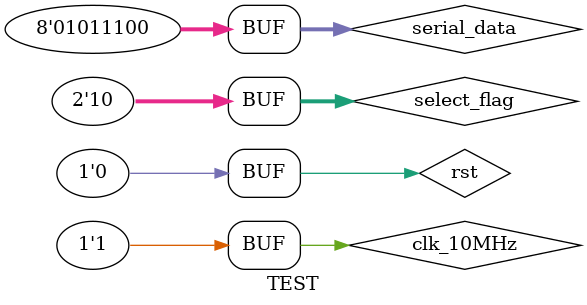
<source format=v>
`timescale 1ns / 1ps


module TEST(

    );
    
	reg	 clk_10MHz;
	reg  rst;
	wire sclk;
	wire dac_din;
	wire sync;
	
	reg [7:0] serial_data;
	reg [1:0] select_flag;
	
    DAC_SPI_TOP uut(
				.clk_in(clk_10MHz),
				.rst(rst),
				.serial_data(serial_data),
				.select_flag(select_flag),
				.sclk(sclk),
				.sync(sync),
				.dac_din(dac_din)
				   );
				   
initial
begin
	rst = 1;
	#10;
	rst = 0;
	select_flag = 2'b10;
end	

always
begin
	clk_10MHz = 0;
	#2;
	clk_10MHz = 1;
	#2;
end
  
always
begin
	serial_data = 8'd185; // 2.4v
	#500;
	serial_data = 8'd92; // 1.2v
	#500;
end
endmodule

</source>
